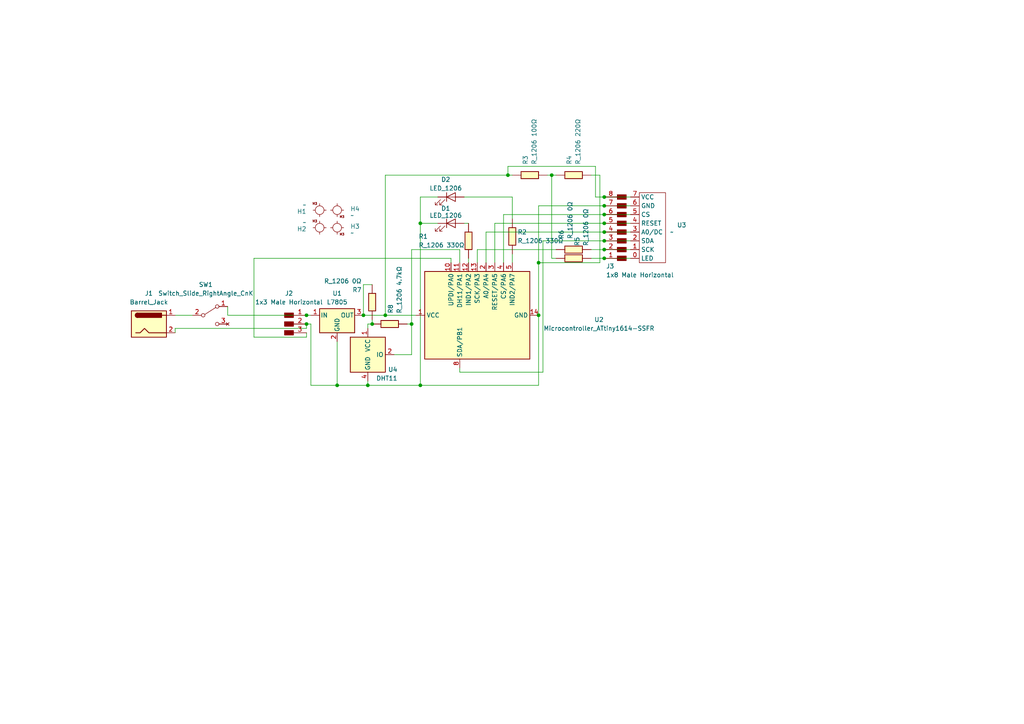
<source format=kicad_sch>
(kicad_sch (version 20231120) (generator "eeschema") (generator_version "8.0")
  (paper "A4")
  (lib_symbols
    (symbol "Connector:Barrel_Jack" (pin_names (offset 1.016))
      (property "Reference" "J1" (at 0 8.89 0))
      (property "Value" "Barrel_Jack" (at 0 6.35 0))
      (symbol "Barrel_Jack_0_1"
        (rectangle (start -5.08 3.81) (end 5.08 -3.81) (stroke (width 0.254)) (fill (type background)))
        (arc (start -3.302 3.175) (mid -3.9342 2.54) (end -3.302 1.905) (stroke (width 0.254)))
        (arc (start -3.302 3.175) (mid -3.9342 2.54) (end -3.302 1.905) (stroke (width 0.254)) (fill (type outline)))
        (polyline (pts (xy 5.08 2.54) (xy 3.81 2.54)) (stroke (width 0.254)))
        (polyline (pts (xy -3.81 -2.54) (xy -2.54 -2.54) (xy -1.27 -1.27) (xy 0 -2.54) (xy 2.54 -2.54) (xy 5.08 -2.54)) (stroke (width 0.254)))
        (rectangle (start 3.683 3.175) (end -3.302 1.905) (stroke (width 0.254)) (fill (type outline)))
      )
      (symbol "Barrel_Jack_1_1"
        (pin power_out line (at 7.62 2.54 180) (length 2.54) (name "~") (number "1"))
        (pin power_out line (at 7.62 -2.54 180) (length 2.54) (name "~") (number "2"))
      )
    )
    (symbol "Regulator_Linear:L7805" (pin_names (offset 0.254))
      (property "Reference" "U" (at -3.81 3.175 0))
      (property "Value" "L7805" (at 0 3.175 0))
      (symbol "L7805_0_1"
        (rectangle (start -5.08 1.905) (end 5.08 -5.08) (stroke (width 0.254)) (fill (type background)))
      )
      (symbol "L7805_1_1"
        (pin power_in line (at -7.62 0 0) (length 2.54) (name "IN") (number "1"))
        (pin power_in line (at 0 -7.62 90) (length 2.54) (name "GND") (number "2"))
        (pin power_out line (at 7.62 0 180) (length 2.54) (name "OUT") (number "3"))
      )
    )
    (symbol "Sensor:DHT11"
      (property "Reference" "U" (at -3.81 6.35 0))
      (property "Value" "DHT11" (at 3.81 6.35 0))
      (symbol "DHT11_0_1"
        (rectangle (start -5.08 5.08) (end 5.08 -5.08) (stroke (width 0.254)) (fill (type background)))
      )
      (symbol "DHT11_1_1"
        (pin power_in line (at 0 7.62 270) (length 2.54) (name "VCC") (number "1"))
        (pin bidirectional line (at 7.62 0 180) (length 2.54) (name "IO") (number "2"))
        (pin no_connect line (at -5.08 0 0) (length 2.54) hide (name "NC") (number "3"))
        (pin power_in line (at 0 -7.62 90) (length 2.54) (name "GND") (number "4"))
      )
    )
    (symbol "fab:Conn_PinHeader_1x03_P2.54mm_Horizontal_SMD" (pin_names hide)
      (property "Reference" "J" (at 0 5.08 0))
      (property "Value" "Conn_PinHeader_1x03_P2.54mm_Horizontal_SMD" (at 0 -5.08 0))
      (symbol "Conn_PinHeader_1x03_P2.54mm_Horizontal_SMD_1_1"
        (rectangle (start -1.27 -1.905) (end 1.27 -3.175) (stroke (width 0.254)) (fill (type outline)))
        (rectangle (start -1.27 0.635) (end 1.27 -0.635) (stroke (width 0.254)) (fill (type outline)))
        (rectangle (start -1.27 3.175) (end 1.27 1.905) (stroke (width 0.254)) (fill (type outline)))
        (pin passive line (at 5.08 2.54 180) (length 3.81) (name "Pin_1") (number "1"))
        (pin passive line (at 5.08 0 180) (length 3.81) (name "Pin_2") (number "2"))
        (pin passive line (at 5.08 -2.54 180) (length 3.81) (name "Pin_3") (number "3"))
      )
    )
    (symbol "fab:Conn_PinHeader_1x08_P2.54mm_Horizontal_SMD" (pin_names hide)
      (property "Reference" "J" (at 0 10.16 0))
      (property "Value" "Conn_PinHeader_1x08_P2.54mm_Horizontal_SMD" (at 0 -12.7 0))
      (symbol "Conn_PinHeader_1x08_P2.54mm_Horizontal_SMD_1_1"
        (rectangle (start -1.27 -9.525) (end 1.27 -10.795) (stroke (width 0.254)) (fill (type outline)))
        (rectangle (start -1.27 -6.985) (end 1.27 -8.255) (stroke (width 0.254)) (fill (type outline)))
        (rectangle (start -1.27 -4.445) (end 1.27 -5.715) (stroke (width 0.254)) (fill (type outline)))
        (rectangle (start -1.27 -1.905) (end 1.27 -3.175) (stroke (width 0.254)) (fill (type outline)))
        (rectangle (start -1.27 0.635) (end 1.27 -0.635) (stroke (width 0.254)) (fill (type outline)))
        (rectangle (start -1.27 3.175) (end 1.27 1.905) (stroke (width 0.254)) (fill (type outline)))
        (rectangle (start -1.27 5.715) (end 1.27 4.445) (stroke (width 0.254)) (fill (type outline)))
        (rectangle (start -1.27 8.255) (end 1.27 6.985) (stroke (width 0.254)) (fill (type outline)))
        (pin passive line (at 5.08 7.62 180) (length 3.81) (name "Pin_1") (number "1"))
        (pin passive line (at 5.08 5.08 180) (length 3.81) (name "Pin_2") (number "2"))
        (pin passive line (at 5.08 2.54 180) (length 3.81) (name "Pin_3") (number "3"))
        (pin passive line (at 5.08 0 180) (length 3.81) (name "Pin_4") (number "4"))
        (pin passive line (at 5.08 -2.54 180) (length 3.81) (name "Pin_5") (number "5"))
        (pin passive line (at 5.08 -5.08 180) (length 3.81) (name "Pin_6") (number "6"))
        (pin passive line (at 5.08 -7.62 180) (length 3.81) (name "Pin_7") (number "7"))
        (pin passive line (at 5.08 -10.16 180) (length 3.81) (name "Pin_8") (number "8"))
      )
    )
    (symbol "fab:LED_1206" (pin_numbers hide) (pin_names (offset 1.016) hide)
      (property "Reference" "D" (at 0 2.54 0))
      (property "Value" "LED_1206" (at 0 -2.54 0))
      (symbol "LED_1206_0_1"
        (polyline (pts (xy -1.27 -1.27) (xy -1.27 1.27)) (stroke (width 0.2032)))
        (polyline (pts (xy -1.27 0) (xy 1.27 0)))
        (polyline (pts (xy 1.27 -1.27) (xy 1.27 1.27) (xy -1.27 0) (xy 1.27 -1.27)) (stroke (width 0.2032)))
        (polyline (pts (xy -3.048 -0.762) (xy -4.572 -2.286) (xy -3.81 -2.286) (xy -4.572 -2.286) (xy -4.572 -1.524)))
        (polyline (pts (xy -1.778 -0.762) (xy -3.302 -2.286) (xy -2.54 -2.286) (xy -3.302 -2.286) (xy -3.302 -1.524)))
      )
      (symbol "LED_1206_1_1"
        (pin passive line (at -3.81 0 0) (length 2.54) (name "K") (number "1"))
        (pin passive line (at 3.81 0 180) (length 2.54) (name "A") (number "2"))
      )
    )
    (symbol "fab:Microcontroller_ATtiny1614-SSFR"
      (property "Reference" "U2" (at -1.27 -35.306 90))
      (property "Value" "Microcontroller_ATtiny1614-SSFR" (at -3.81 -35.306 90))
      (symbol "Microcontroller_ATtiny1614-SSFR_0_1"
        (rectangle (start -12.7 15.24) (end 12.7 -15.24) (stroke (width 0.254)) (fill (type background)))
      )
      (symbol "Microcontroller_ATtiny1614-SSFR_1_1"
        (pin power_in line (at 0 17.78 270) (length 2.54) (name "VCC") (number "1"))
        (pin bidirectional line (at 15.24 7.62 180) (length 2.54) (name "UPDI/PA0") (number "10"))
        (pin bidirectional line (at 15.24 5.08 180) (length 2.54) (name "DH11/PA1") (number "11"))
        (pin bidirectional line (at 15.24 2.54 180) (length 2.54) (name "IND1/PA2") (number "12"))
        (pin bidirectional line (at 15.24 0 180) (length 2.54) (name "SCK/PA3") (number "13"))
        (pin power_in line (at 0 -17.78 90) (length 2.54) (name "GND") (number "14"))
        (pin bidirectional line (at 15.24 -2.54 180) (length 2.54) (name "A0/PA4") (number "2"))
        (pin bidirectional line (at 15.24 -5.08 180) (length 2.54) (name "RESET/PA5") (number "3"))
        (pin bidirectional line (at 15.24 -7.62 180) (length 2.54) (name "CS/PA6") (number "4"))
        (pin bidirectional line (at 15.24 -10.16 180) (length 2.54) (name "IND2/PA7") (number "5"))
        (pin no_connect line (at -15.24 0 0) (length 2.54) hide (name "PB3/RXD") (number "6"))
        (pin no_connect line (at -15.24 2.54 0) (length 2.54) hide (name "PB2/TXD") (number "7"))
        (pin bidirectional line (at -15.24 5.08 0) (length 2.54) (name "SDA/PB1") (number "8"))
        (pin no_connect line (at -15.24 7.62 0) (length 2.54) hide (name "PB0/SCL") (number "9"))
      )
    )
    (symbol "fab:MountingHole_M3" (pin_numbers hide) (pin_names (offset 0))
      (property "Reference" "H" (at 0 0 0))
      (symbol "MountingHole_M3_0_1"
        (polyline (pts (xy -1.27 0) (xy -1.905 0)))
        (polyline (pts (xy 0 -1.27) (xy 0 -1.905)))
        (polyline (pts (xy 0 1.27) (xy 0 1.905)))
        (polyline (pts (xy 1.27 0) (xy 1.905 0)))
        (circle (center 0 0) (radius 1.27))
      )
      (symbol "MountingHole_M3_1_1"
        (text "M3" (at 0.635 -1.905 0) (effects (font (size 0.635 0.635)) (justify left)))
      )
    )
    (symbol "fab:R_1206" (pin_numbers hide) (pin_names (offset 0))
      (property "Reference" "R" (at 2.54 0 90))
      (property "Value" "R_1206" (at -2.54 0 90))
      (symbol "R_1206_0_1"
        (rectangle (start -1.016 -2.54) (end 1.016 2.54) (stroke (width 0.254)) (fill (type background)))
      )
      (symbol "R_1206_1_1"
        (pin passive line (at 0 5.08 270) (length 2.54) (name "~") (number "1"))
        (pin passive line (at 0 -5.08 90) (length 2.54) (name "~") (number "2"))
      )
    )
    (symbol "fab:Switch_Slide_RightAngle_CnK" (pin_names (offset 0) hide)
      (property "Reference" "SW1" (at -1.27 8.89 0))
      (property "Value" "Switch_Slide_RightAngle_CnK" (at -1.27 6.35 0))
      (symbol "Switch_Slide_RightAngle_CnK_0_0"
        (circle (center -2.032 0) (radius 0.508))
        (circle (center 2.032 -2.54) (radius 0.508))
      )
      (symbol "Switch_Slide_RightAngle_CnK_0_1"
        (polyline (pts (xy -1.524 0.254) (xy 1.651 2.286)))
        (circle (center 2.032 2.54) (radius 0.508))
      )
      (symbol "Switch_Slide_RightAngle_CnK_1_1"
        (pin power_out line (at 5.08 2.54 180) (length 2.54) (name "A") (number "1"))
        (pin passive line (at -5.08 0 0) (length 2.54) (name "B") (number "2"))
        (pin no_connect line (at 5.08 -2.54 180) (length 2.54) (name "C") (number "3"))
      )
    )
    (symbol "fab:TFT_Screen"
      (property "Reference" "U" (at -2.54 5.08 0))
      (symbol "TFT_Screen_0_1"
        (rectangle (start -3.81 10.16) (end 3.81 -10.16))
      )
      (symbol "TFT_Screen_1_1"
        (pin bidirectional line (at 6.35 8.89 180) (length 2.54) (name "LED") (number "0"))
        (pin bidirectional line (at 6.35 6.35 180) (length 2.54) (name "SCK") (number "1"))
        (pin bidirectional line (at 6.35 3.81 180) (length 2.54) (name "SDA") (number "2"))
        (pin bidirectional line (at 6.35 1.27 180) (length 2.54) (name "A0/DC") (number "3"))
        (pin bidirectional line (at 6.35 -1.27 180) (length 2.54) (name "RESET") (number "4"))
        (pin bidirectional line (at 6.35 -3.81 180) (length 2.54) (name "CS") (number "5"))
        (pin bidirectional line (at 6.35 -6.35 180) (length 2.54) (name "GND") (number "6"))
        (pin bidirectional line (at 6.35 -8.89 180) (length 2.54) (name "VCC") (number "7"))
      )
    )
  )
  (junction (at 147.32 50.8))
  (junction (at 97.79 111.76))
  (junction (at 105.41 91.44))
  (junction (at 175.26 72.39))
  (junction (at 175.26 64.77))
  (junction (at 156.21 91.44))
  (junction (at 107.95 93.98))
  (junction (at 121.92 111.76))
  (junction (at 111.76 91.44))
  (junction (at 106.68 111.76))
  (junction (at 156.21 76.2))
  (junction (at 160.02 50.8))
  (junction (at 88.9 91.44))
  (junction (at 175.26 57.15))
  (junction (at 88.9 93.98))
  (junction (at 175.26 62.23))
  (junction (at 175.26 59.69))
  (junction (at 175.26 69.85))
  (junction (at 175.26 74.93))
  (junction (at 121.92 64.77))
  (junction (at 175.26 67.31))
  (junction (at 119.38 93.98))
  (wire (pts (xy 50.8 95.25) (xy 88.9 95.25)))
  (wire (pts (xy 171.45 50.8) (xy 173.99 50.8)))
  (wire (pts (xy 106.68 111.76) (xy 106.68 110.49)))
  (wire (pts (xy 127 57.15) (xy 121.92 57.15)))
  (wire (pts (xy 138.43 76.2) (xy 138.43 72.39)))
  (wire (pts (xy 175.26 67.31) (xy 182.88 67.31)))
  (wire (pts (xy 50.8 95.25) (xy 50.8 96.52)))
  (wire (pts (xy 88.9 93.98) (xy 90.17 93.98)))
  (wire (pts (xy 156.21 76.2) (xy 156.21 91.44)))
  (wire (pts (xy 175.26 59.69) (xy 182.88 59.69)))
  (wire (pts (xy 161.29 74.93) (xy 160.02 74.93)))
  (wire (pts (xy 157.48 69.85) (xy 175.26 69.85)))
  (wire (pts (xy 175.26 74.93) (xy 171.45 74.93)))
  (wire (pts (xy 158.75 50.8) (xy 160.02 50.8)))
  (wire (pts (xy 130.81 74.93) (xy 130.81 76.2)))
  (wire (pts (xy 121.92 57.15) (xy 121.92 64.77)))
  (wire (pts (xy 106.68 111.76) (xy 121.92 111.76)))
  (wire (pts (xy 133.35 72.39) (xy 119.38 72.39)))
  (wire (pts (xy 160.02 74.93) (xy 160.02 50.8)))
  (wire (pts (xy 175.26 62.23) (xy 182.88 62.23)))
  (wire (pts (xy 121.92 64.77) (xy 121.92 111.76)))
  (wire (pts (xy 172.72 48.26) (xy 147.32 48.26)))
  (wire (pts (xy 88.9 97.79) (xy 73.66 97.79)))
  (wire (pts (xy 97.79 99.06) (xy 97.79 111.76)))
  (wire (pts (xy 175.26 64.77) (xy 182.88 64.77)))
  (wire (pts (xy 147.32 50.8) (xy 148.59 50.8)))
  (wire (pts (xy 148.59 73.66) (xy 148.59 76.2)))
  (wire (pts (xy 172.72 57.15) (xy 175.26 57.15)))
  (wire (pts (xy 156.21 91.44) (xy 156.21 111.76)))
  (wire (pts (xy 106.68 95.25) (xy 106.68 93.98)))
  (wire (pts (xy 73.66 97.79) (xy 73.66 74.93)))
  (wire (pts (xy 140.97 67.31) (xy 175.26 67.31)))
  (wire (pts (xy 90.17 93.98) (xy 90.17 111.76)))
  (wire (pts (xy 171.45 72.39) (xy 175.26 72.39)))
  (wire (pts (xy 175.26 59.69) (xy 156.21 59.69)))
  (wire (pts (xy 133.35 107.95) (xy 157.48 107.95)))
  (wire (pts (xy 146.05 62.23) (xy 175.26 62.23)))
  (wire (pts (xy 105.41 82.55) (xy 105.41 91.44)))
  (wire (pts (xy 175.26 57.15) (xy 182.88 57.15)))
  (wire (pts (xy 119.38 93.98) (xy 119.38 102.87)))
  (wire (pts (xy 73.66 74.93) (xy 130.81 74.93)))
  (wire (pts (xy 172.72 57.15) (xy 172.72 48.26)))
  (wire (pts (xy 105.41 82.55) (xy 107.95 82.55)))
  (wire (pts (xy 148.59 57.15) (xy 134.62 57.15)))
  (wire (pts (xy 66.04 88.9) (xy 66.04 91.44)))
  (wire (pts (xy 105.41 91.44) (xy 111.76 91.44)))
  (wire (pts (xy 140.97 76.2) (xy 140.97 67.31)))
  (wire (pts (xy 107.95 93.98) (xy 106.68 93.98)))
  (wire (pts (xy 97.79 111.76) (xy 106.68 111.76)))
  (wire (pts (xy 156.21 59.69) (xy 156.21 76.2)))
  (wire (pts (xy 88.9 96.52) (xy 88.9 97.79)))
  (wire (pts (xy 173.99 50.8) (xy 173.99 76.2)))
  (wire (pts (xy 175.26 72.39) (xy 182.88 72.39)))
  (wire (pts (xy 143.51 64.77) (xy 175.26 64.77)))
  (wire (pts (xy 138.43 72.39) (xy 161.29 72.39)))
  (wire (pts (xy 148.59 63.5) (xy 148.59 57.15)))
  (wire (pts (xy 133.35 106.68) (xy 133.35 107.95)))
  (wire (pts (xy 133.35 76.2) (xy 133.35 72.39)))
  (wire (pts (xy 88.9 95.25) (xy 88.9 93.98)))
  (wire (pts (xy 107.95 93.98) (xy 107.95 92.71)))
  (wire (pts (xy 156.21 111.76) (xy 121.92 111.76)))
  (wire (pts (xy 175.26 69.85) (xy 182.88 69.85)))
  (wire (pts (xy 157.48 107.95) (xy 157.48 69.85)))
  (wire (pts (xy 111.76 50.8) (xy 147.32 50.8)))
  (wire (pts (xy 119.38 102.87) (xy 114.3 102.87)))
  (wire (pts (xy 135.89 74.93) (xy 135.89 76.2)))
  (wire (pts (xy 127 64.77) (xy 121.92 64.77)))
  (wire (pts (xy 134.62 64.77) (xy 135.89 64.77)))
  (wire (pts (xy 119.38 72.39) (xy 119.38 93.98)))
  (wire (pts (xy 118.11 93.98) (xy 119.38 93.98)))
  (wire (pts (xy 143.51 76.2) (xy 143.51 64.77)))
  (wire (pts (xy 50.8 91.44) (xy 55.88 91.44)))
  (wire (pts (xy 146.05 76.2) (xy 146.05 62.23)))
  (wire (pts (xy 147.32 48.26) (xy 147.32 50.8)))
  (wire (pts (xy 160.02 50.8) (xy 161.29 50.8)))
  (wire (pts (xy 66.04 91.44) (xy 88.9 91.44)))
  (wire (pts (xy 88.9 91.44) (xy 90.17 91.44)))
  (wire (pts (xy 111.76 91.44) (xy 120.65 91.44)))
  (wire (pts (xy 173.99 76.2) (xy 156.21 76.2)))
  (wire (pts (xy 90.17 111.76) (xy 97.79 111.76)))
  (wire (pts (xy 175.26 74.93) (xy 182.88 74.93)))
  (wire (pts (xy 111.76 50.8) (xy 111.76 91.44)))
  (symbol (lib_id "fab:Switch_Slide_RightAngle_CnK") (at 60.96 91.44 0) (unit 1) (on_board no)
    (property "Reference" "SW1" (at 59.69 82.55 0))
    (property "Value" "Switch_Slide_RightAngle_CnK" (at 59.69 85.09 0))
    (property "Footprint" "fab:Switch_Slide_RightAngle_CnK_AYZ0102AGRLC_7.2x3mm" (effects (hide yes)))
    (property "Datasheet" "https://www.ckswitches.com/media/1431/ayz.pdf" (effects (hide yes)))
    (property "Description" "Slide Switch SPDT Surface Mount, Right Angle" (effects (hide yes)))
  )
  (symbol (lib_id "fab:R_1206") (at 148.59 68.58 0) (unit 1)
    (property "Reference" "R2" (at 150.114 67.31 0) (effects (justify left)))
    (property "Value" "R_1206 330Ω" (at 150.114 69.85 0) (effects (justify left)))
    (property "Footprint" "fab:R_1206" (effects (hide yes)))
    (property "Description" "Resistor" (effects (hide yes)))
  )
  (symbol (lib_id "fab:MountingHole_M3") (at 92.71 66.04 180) (unit 1)
    (property "Reference" "H2" (at 88.9 66.4197 0) (effects (justify left)))
    (property "Value" "~" (at 88.9 64.5146 0) (effects (justify left)))
    (property "Footprint" "fab:MountingHole_M3" (effects (hide yes)))
  )
  (symbol (lib_id "fab:Conn_PinHeader_1x08_P2.54mm_Horizontal_SMD") (at 180.34 67.31 180) (unit 1)
    (property "Reference" "J3" (at 175.768 77.216 0) (effects (justify right)))
    (property "Value" "1x8 Male Horizontal" (at 175.768 79.756 0) (effects (justify right)))
    (property "Footprint" "fab:PinHeader_1x08_P2.54mm_Horizontal_SMD" (effects (hide yes)))
    (property "Description" "Male connector, single row" (effects (hide yes)))
  )
  (symbol (lib_id "fab:R_1206") (at 135.89 69.85 0) (unit 1)
    (property "Reference" "R1" (at 121.412 68.58 0) (effects (justify left)))
    (property "Value" "R_1206 330Ω" (at 121.412 71.12 0) (effects (justify left)))
    (property "Footprint" "fab:R_1206" (effects (hide yes)))
    (property "Description" "Resistor" (effects (hide yes)))
  )
  (symbol (lib_id "fab:R_1206") (at 166.37 74.93 90) (unit 1)
    (property "Reference" "R5" (at 167.386 71.374 0) (effects (justify left)))
    (property "Value" "R_1206 0Ω" (at 169.926 71.374 0) (effects (justify left)))
    (property "Footprint" "fab:R_1206" (effects (hide yes)))
    (property "Description" "Resistor" (effects (hide yes)))
  )
  (symbol (lib_id "fab:MountingHole_M3") (at 97.79 60.96 0) (unit 1)
    (property "Reference" "H4" (at 101.6 60.5803 0) (effects (justify left)))
    (property "Value" "~" (at 101.6 62.4854 0) (effects (justify left)))
    (property "Footprint" "fab:MountingHole_M3" (effects (hide yes)))
  )
  (symbol (lib_id "fab:MountingHole_M3") (at 97.79 66.04 0) (unit 1)
    (property "Reference" "H3" (at 101.6 65.6603 0) (effects (justify left)))
    (property "Value" "~" (at 101.6 67.5654 0) (effects (justify left)))
    (property "Footprint" "fab:MountingHole_M3" (effects (hide yes)))
  )
  (symbol (lib_id "fab:TFT_Screen") (at 189.23 66.04 180) (unit 1)
    (property "Reference" "U3" (at 196.342 65.278 0) (effects (justify right)))
    (property "Value" "~" (at 194.31 67.31 0) (effects (justify right)))
  )
  (symbol (lib_id "fab:R_1206") (at 166.37 72.39 90) (unit 1)
    (property "Reference" "R6" (at 162.814 69.342 0) (effects (justify left)))
    (property "Value" "R_1206 0Ω" (at 165.354 69.342 0) (effects (justify left)))
    (property "Footprint" "fab:R_1206" (effects (hide yes)))
    (property "Description" "Resistor" (effects (hide yes)))
  )
  (symbol (lib_id "Sensor:DHT11") (at 106.68 102.87 0) (unit 1)
    (property "Reference" "U4" (at 115.316 107.188 0) (effects (justify right)))
    (property "Value" "DHT11" (at 115.316 109.728 0) (effects (justify right)))
    (property "Footprint" "Sensor:Aosong_DHT11_5.5x12.0_P2.54mm" (effects (hide yes)))
    (property "Datasheet" "http://akizukidenshi.com/download/ds/aosong/DHT11.pdf" (effects (hide yes)))
  )
  (symbol (lib_id "Regulator_Linear:L7805") (at 97.79 91.44 0) (unit 1)
    (property "Reference" "U1" (at 97.79 85.09 0))
    (property "Value" "L7805" (at 97.79 87.63 0))
    (property "Footprint" "Package_TO_SOT_THT:TO-220-3_Vertical" (effects (hide yes)))
    (property "Datasheet" "http://www.st.com/content/ccc/resource/technical/document/datasheet/41/4f/b3/b0/12/d4/47/88/CD00000444.pdf/files/CD00000444.pdf/jcr:content/translations/en.CD00000444.pdf" (effects (hide yes)))
    (property "Description" "Positive 1.5A 35V Linear Regulator, Fixed Output 5V, TO-220/TO-263/TO-252" (effects (hide yes)))
  )
  (symbol (lib_id "fab:Conn_PinHeader_1x03_P2.54mm_Horizontal_SMD") (at 83.82 93.98 0) (unit 1)
    (property "Reference" "J2" (at 83.82 85.09 0))
    (property "Value" "1x3 Male Horizontal" (at 83.82 87.63 0))
    (property "Footprint" "fab:PinHeader_1x03_P2.54mm_Horizontal_SMD" (effects (hide yes)))
    (property "Description" "Male connector, single row" (effects (hide yes)))
  )
  (symbol (lib_id "fab:LED_1206") (at 130.81 57.15 0) (unit 1)
    (property "Reference" "D2" (at 129.286 52.07 0))
    (property "Value" "LED_1206" (at 129.286 54.61 0))
    (property "Footprint" "fab:LED_1206" (effects (hide yes)))
    (property "Datasheet" "https://optoelectronics.liteon.com/upload/download/DS-22-98-0002/LTST-C150CKT.pdf" (effects (hide yes)))
    (property "Description" "Light emitting diode, Lite-On Inc. LTST, SMD" (effects (hide yes)))
  )
  (symbol (lib_id "fab:MountingHole_M3") (at 92.71 60.96 180) (unit 1)
    (property "Reference" "H1" (at 88.9 61.3397 0) (effects (justify left)))
    (property "Value" "~" (at 88.9 59.4346 0) (effects (justify left)))
    (property "Footprint" "fab:MountingHole_M3" (effects (hide yes)))
  )
  (symbol (lib_id "fab:R_1206") (at 113.03 93.98 90) (unit 1)
    (property "Reference" "R8" (at 113.284 90.932 0) (effects (justify left)))
    (property "Value" "R_1206 4.7kΩ" (at 115.824 90.932 0) (effects (justify left)))
    (property "Footprint" "fab:R_1206" (effects (hide yes)))
    (property "Description" "Resistor" (effects (hide yes)))
  )
  (symbol (lib_id "fab:LED_1206") (at 130.81 64.77 0) (unit 1)
    (property "Reference" "D1" (at 129.286 60.452 0))
    (property "Value" "LED_1206" (at 129.286 62.484 0))
    (property "Footprint" "fab:LED_1206" (effects (hide yes)))
    (property "Datasheet" "https://optoelectronics.liteon.com/upload/download/DS-22-98-0002/LTST-C150CKT.pdf" (effects (hide yes)))
    (property "Description" "Light emitting diode, Lite-On Inc. LTST, SMD" (effects (hide yes)))
  )
  (symbol (lib_id "Connector:Barrel_Jack") (at 43.18 93.98 0) (unit 1) (on_board no)
    (property "Reference" "J1" (at 43.18 85.09 0))
    (property "Value" "Barrel_Jack" (at 43.18 87.63 0))
  )
  (symbol (lib_id "fab:R_1206") (at 166.37 50.8 90) (unit 1)
    (property "Reference" "R4" (at 165.1 47.752 0) (effects (justify left)))
    (property "Value" "R_1206 220Ω" (at 167.64 47.752 0) (effects (justify left)))
    (property "Footprint" "fab:R_1206" (effects (hide yes)))
    (property "Description" "Resistor" (effects (hide yes)))
  )
  (symbol (lib_id "fab:Microcontroller_ATtiny1614-SSFR") (at 138.43 91.44 90) (unit 1)
    (property "Reference" "U2" (at 173.736 92.71 90))
    (property "Value" "Microcontroller_ATtiny1614-SSFR" (at 173.736 95.25 90))
    (property "Footprint" "fab:SOIC-14_3.9x8.7mm_P1.27mm" (effects (hide yes)))
    (property "Datasheet" "http://ww1.microchip.com/downloads/en/DeviceDoc/ATtiny1614-16-17-DataSheet-DS40002204A.pdf" (effects (hide yes)))
    (property "Description" "AVR tinyAVR™ 1 Microcontroller IC 8-Bit 16MHz 16KB (16K x 8) FLASH 14-SOIC" (effects (hide yes)))
  )
  (symbol (lib_id "fab:R_1206") (at 153.67 50.8 90) (unit 1)
    (property "Reference" "R3" (at 152.4 47.752 0) (effects (justify left)))
    (property "Value" "R_1206 100Ω" (at 154.94 47.752 0) (effects (justify left)))
    (property "Footprint" "fab:R_1206" (effects (hide yes)))
    (property "Description" "Resistor" (effects (hide yes)))
  )
  (symbol (lib_id "fab:R_1206") (at 107.95 87.63 180) (unit 1)
    (property "Reference" "R7" (at 104.902 84.074 0) (effects (justify left)))
    (property "Value" "R_1206 0Ω" (at 104.902 81.534 0) (effects (justify left)))
    (property "Footprint" "fab:R_1206" (effects (hide yes)))
    (property "Description" "Resistor" (effects (hide yes)))
  )
)
</source>
